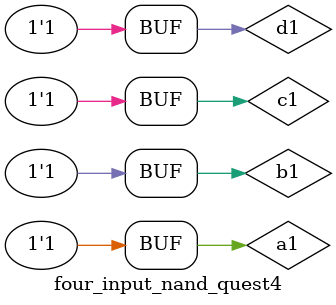
<source format=v>
module four_input_nand_quest4;


reg a1;
reg b1;
reg c1;
reg d1;

wire w1;
wire w2;
wire w3;
wire w4;
wire w5;

nandgate ar(.x(a1) , .y(b1), .z(w1));

nandgate ar1(.x(c1) , .y(d1), .z(w2));

nandgate ar2(.x(w1) , .y(w1), .z(w3));

nandgate ar3(.x(w2) , .y(w2), .z(w4));

nandgate ar4(.x(w3) , .y(w4), .z(w5));

initial begin 
a1 = 1'b0; b1 =1'b0; c1= 1'b0; d1 = 1'b0; #20
a1 = 1'b0; b1 =1'b0; c1= 1'b0; d1 = 1'b1; #20
a1 = 1'b0; b1 =1'b0; c1= 1'b1; d1 = 1'b0; #20
a1 = 1'b0; b1 =1'b0; c1= 1'b1; d1 = 1'b1; #20
a1 = 1'b0; b1 =1'b1; c1= 1'b0; d1 = 1'b0; #20
a1 = 1'b0; b1 =1'b1; c1= 1'b0; d1 = 1'b1; #20
a1 = 1'b0; b1 =1'b1; c1= 1'b1; d1 = 1'b0; #20
a1 = 1'b0; b1 =1'b1; c1= 1'b1; d1 = 1'b1; #20
a1 = 1'b1; b1 =1'b0; c1= 1'b0; d1 = 1'b0; #20
a1 = 1'b1; b1 =1'b0; c1= 1'b0; d1 = 1'b1; #20
a1 = 1'b1; b1 =1'b0; c1= 1'b1; d1 = 1'b0; #20
a1 = 1'b1; b1 =1'b0; c1= 1'b1; d1 = 1'b1; #20
a1 = 1'b1; b1 =1'b1; c1= 1'b0; d1 = 1'b0; #20
a1 = 1'b1; b1 =1'b1; c1= 1'b0; d1 = 1'b1; #20
a1 = 1'b1; b1 =1'b1; c1= 1'b1; d1 = 1'b0; #20
a1 = 1'b1; b1 =1'b1; c1= 1'b1; d1 = 1'b1; 

end 
endmodule 


</source>
